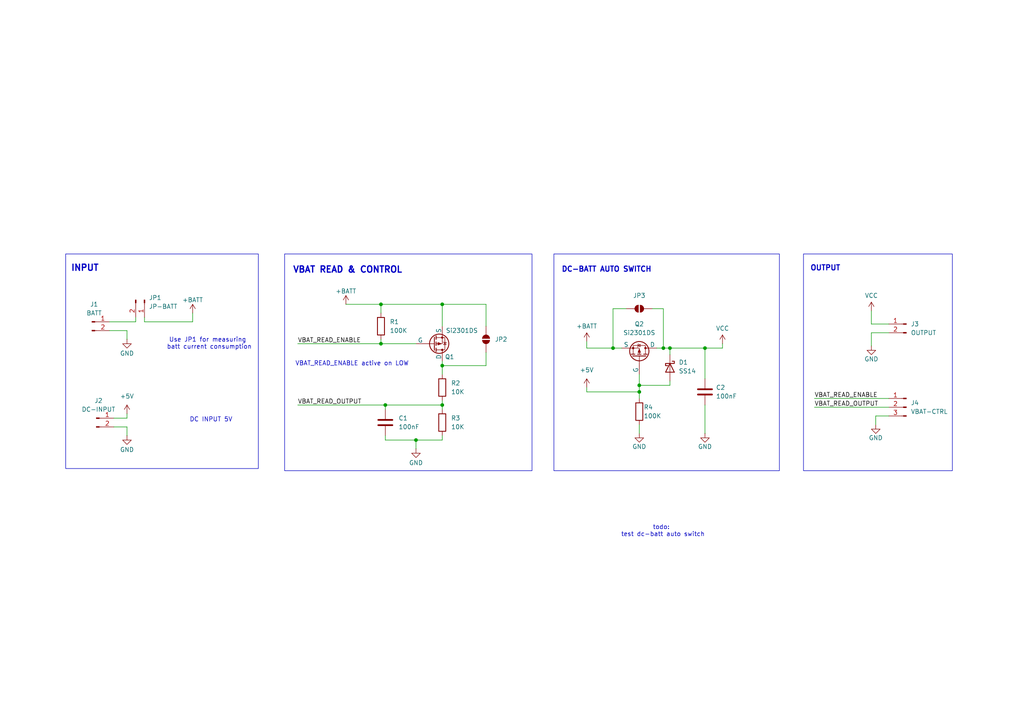
<source format=kicad_sch>
(kicad_sch (version 20231120) (generator "eeschema") (generator_version "8.0")
  (paper "A4")
  (title_block (title "Simple Battery Manager") (date "2024-04-03") (rev "1.0") (company "Gabriel Vega Engineering") (comment 1 "Under Development") (comment 2 "Gabriel Vega") (comment 4 "1/1"))
  (lib_symbols
    (symbol "Connector:Conn_01x02_Pin" (pin_names (offset 1.016) hide)
      (property "Reference" "J" (at 0 2.54 0))
      (property "Value" "Conn_01x02_Pin" (at 0 -5.08 0))
      (symbol "Conn_01x02_Pin_1_1"
        (polyline (pts (xy 1.27 -2.54) (xy 0.8636 -2.54)) (stroke (width 0.1524)))
        (polyline (pts (xy 1.27 0) (xy 0.8636 0)) (stroke (width 0.1524)))
        (rectangle (start 0.8636 -2.413) (end 0 -2.667) (stroke (width 0.1524)) (fill (type outline)))
        (rectangle (start 0.8636 0.127) (end 0 -0.127) (stroke (width 0.1524)) (fill (type outline)))
        (pin passive line (at 5.08 0 180) (length 3.81) (name "Pin_1") (number "1"))
        (pin passive line (at 5.08 -2.54 180) (length 3.81) (name "Pin_2") (number "2"))
      )
    )
    (symbol "Connector:Conn_01x03_Pin" (pin_names (offset 1.016) hide)
      (property "Reference" "J" (at 0 5.08 0))
      (property "Value" "Conn_01x03_Pin" (at 0 -5.08 0))
      (symbol "Conn_01x03_Pin_1_1"
        (polyline (pts (xy 1.27 -2.54) (xy 0.8636 -2.54)) (stroke (width 0.1524)))
        (polyline (pts (xy 1.27 0) (xy 0.8636 0)) (stroke (width 0.1524)))
        (polyline (pts (xy 1.27 2.54) (xy 0.8636 2.54)) (stroke (width 0.1524)))
        (rectangle (start 0.8636 -2.413) (end 0 -2.667) (stroke (width 0.1524)) (fill (type outline)))
        (rectangle (start 0.8636 0.127) (end 0 -0.127) (stroke (width 0.1524)) (fill (type outline)))
        (rectangle (start 0.8636 2.667) (end 0 2.413) (stroke (width 0.1524)) (fill (type outline)))
        (pin passive line (at 5.08 2.54 180) (length 3.81) (name "Pin_1") (number "1"))
        (pin passive line (at 5.08 0 180) (length 3.81) (name "Pin_2") (number "2"))
        (pin passive line (at 5.08 -2.54 180) (length 3.81) (name "Pin_3") (number "3"))
      )
    )
    (symbol "Device:C" (pin_numbers hide) (pin_names (offset 0.254))
      (property "Reference" "C" (at 0.635 2.54 0))
      (property "Value" "C" (at 0.635 -2.54 0))
      (symbol "C_0_1"
        (polyline (pts (xy -2.032 -0.762) (xy 2.032 -0.762)) (stroke (width 0.508)))
        (polyline (pts (xy -2.032 0.762) (xy 2.032 0.762)) (stroke (width 0.508)))
      )
      (symbol "C_1_1"
        (pin passive line (at 0 3.81 270) (length 2.794) (name "~") (number "1"))
        (pin passive line (at 0 -3.81 90) (length 2.794) (name "~") (number "2"))
      )
    )
    (symbol "Device:R" (pin_numbers hide) (pin_names (offset 0))
      (property "Reference" "R" (at 2.032 0 90))
      (property "Value" "R" (at 0 0 90))
      (symbol "R_0_1"
        (rectangle (start -1.016 -2.54) (end 1.016 2.54) (stroke (width 0.254)))
      )
      (symbol "R_1_1"
        (pin passive line (at 0 3.81 270) (length 1.27) (name "~") (number "1"))
        (pin passive line (at 0 -3.81 90) (length 1.27) (name "~") (number "2"))
      )
    )
    (symbol "Diode:SS14" (pin_numbers hide) (pin_names (offset 1.016) hide)
      (property "Reference" "D" (at 0 2.54 0))
      (property "Value" "SS14" (at 0 -2.54 0))
      (symbol "SS14_0_1"
        (polyline (pts (xy 1.27 0) (xy -1.27 0)))
        (polyline (pts (xy 1.27 1.27) (xy 1.27 -1.27) (xy -1.27 0) (xy 1.27 1.27)) (stroke (width 0.254)))
        (polyline (pts (xy -1.905 0.635) (xy -1.905 1.27) (xy -1.27 1.27) (xy -1.27 -1.27) (xy -0.635 -1.27) (xy -0.635 -0.635)) (stroke (width 0.254)))
      )
      (symbol "SS14_1_1"
        (pin passive line (at -3.81 0 0) (length 2.54) (name "K") (number "1"))
        (pin passive line (at 3.81 0 180) (length 2.54) (name "A") (number "2"))
      )
    )
    (symbol "Jumper:SolderJumper_2_Open" (pin_numbers hide) (pin_names (offset 0) hide) (exclude_from_sim yes) (in_bom no)
      (property "Reference" "JP" (at 0 2.032 0))
      (property "Value" "SolderJumper_2_Open" (at 0 -2.54 0))
      (symbol "SolderJumper_2_Open_0_1"
        (arc (start -0.254 1.016) (mid -1.2656 0) (end -0.254 -1.016))
        (arc (start -0.254 1.016) (mid -1.2656 0) (end -0.254 -1.016) (fill (type outline)))
        (polyline (pts (xy -0.254 1.016) (xy -0.254 -1.016)))
        (polyline (pts (xy 0.254 1.016) (xy 0.254 -1.016)))
        (arc (start 0.254 -1.016) (mid 1.2656 0) (end 0.254 1.016))
        (arc (start 0.254 -1.016) (mid 1.2656 0) (end 0.254 1.016) (fill (type outline)))
      )
      (symbol "SolderJumper_2_Open_1_1"
        (pin passive line (at -3.81 0 0) (length 2.54) (name "A") (number "1"))
        (pin passive line (at 3.81 0 180) (length 2.54) (name "B") (number "2"))
      )
    )
    (symbol "Simulation_SPICE:PMOS" (pin_numbers hide) (pin_names (offset 0))
      (property "Reference" "Q" (at 5.08 1.27 0))
      (property "Value" "PMOS" (at 5.08 -1.27 0))
      (symbol "PMOS_0_1"
        (polyline (pts (xy 0.254 0) (xy -2.54 0)))
        (polyline (pts (xy 0.254 1.905) (xy 0.254 -1.905)) (stroke (width 0.254)))
        (polyline (pts (xy 0.762 -1.27) (xy 0.762 -2.286)) (stroke (width 0.254)))
        (polyline (pts (xy 0.762 0.508) (xy 0.762 -0.508)) (stroke (width 0.254)))
        (polyline (pts (xy 0.762 2.286) (xy 0.762 1.27)) (stroke (width 0.254)))
        (polyline (pts (xy 2.54 2.54) (xy 2.54 1.778)))
        (polyline (pts (xy 2.54 -2.54) (xy 2.54 0) (xy 0.762 0)))
        (polyline (pts (xy 0.762 1.778) (xy 3.302 1.778) (xy 3.302 -1.778) (xy 0.762 -1.778)))
        (polyline (pts (xy 2.286 0) (xy 1.27 0.381) (xy 1.27 -0.381) (xy 2.286 0)) (fill (type outline)))
        (polyline (pts (xy 2.794 -0.508) (xy 2.921 -0.381) (xy 3.683 -0.381) (xy 3.81 -0.254)))
        (polyline (pts (xy 3.302 -0.381) (xy 2.921 0.254) (xy 3.683 0.254) (xy 3.302 -0.381)))
        (circle (center 1.651 0) (radius 2.794) (stroke (width 0.254)))
        (circle (center 2.54 -1.778) (radius 0.254) (fill (type outline)))
        (circle (center 2.54 1.778) (radius 0.254) (fill (type outline)))
      )
      (symbol "PMOS_1_1"
        (pin passive line (at 2.54 5.08 270) (length 2.54) (name "D") (number "1"))
        (pin input line (at -5.08 0 0) (length 2.54) (name "G") (number "2"))
        (pin passive line (at 2.54 -5.08 90) (length 2.54) (name "S") (number "3"))
      )
    )
    (symbol "power:+5V" (power) (pin_names (offset 0))
      (property "Value" "+5V" (at 0 3.556 0))
      (symbol "+5V_0_1"
        (polyline (pts (xy -0.762 1.27) (xy 0 2.54)))
        (polyline (pts (xy 0 0) (xy 0 2.54)))
        (polyline (pts (xy 0 2.54) (xy 0.762 1.27)))
      )
      (symbol "+5V_1_1"
        (pin power_in line (at 0 0 90) (length 0) hide (name "+5V") (number "1"))
      )
    )
    (symbol "power:+BATT" (power) (pin_numbers hide) (pin_names (offset 0) hide)
      (property "Value" "+BATT" (at 0 3.556 0))
      (symbol "+BATT_0_1"
        (polyline (pts (xy -0.762 1.27) (xy 0 2.54)))
        (polyline (pts (xy 0 0) (xy 0 2.54)))
        (polyline (pts (xy 0 2.54) (xy 0.762 1.27)))
      )
      (symbol "+BATT_1_1"
        (pin power_in line (at 0 0 90) (length 0) (name "~") (number "1"))
      )
    )
    (symbol "power:GND" (power) (pin_numbers hide) (pin_names (offset 0) hide)
      (property "Value" "GND" (at 0 -3.81 0))
      (symbol "GND_0_1"
        (polyline (pts (xy 0 0) (xy 0 -1.27) (xy 1.27 -1.27) (xy 0 -2.54) (xy -1.27 -1.27) (xy 0 -1.27)))
      )
      (symbol "GND_1_1"
        (pin power_in line (at 0 0 270) (length 0) (name "~") (number "1"))
      )
    )
    (symbol "power:VCC" (power) (pin_names (offset 0))
      (property "Value" "VCC" (at 0 3.81 0))
      (symbol "VCC_0_1"
        (polyline (pts (xy -0.762 1.27) (xy 0 2.54)))
        (polyline (pts (xy 0 0) (xy 0 2.54)))
        (polyline (pts (xy 0 2.54) (xy 0.762 1.27)))
      )
      (symbol "VCC_1_1"
        (pin power_in line (at 0 0 90) (length 0) hide (name "VCC") (number "1"))
      )
    )
  )
  (junction (at 110.49 99.695))
  (junction (at 128.27 117.475))
  (junction (at 128.27 106.045))
  (junction (at 177.8 100.965))
  (junction (at 192.405 100.965))
  (junction (at 185.42 111.76))
  (junction (at 111.76 117.475))
  (junction (at 120.65 127.635))
  (junction (at 204.47 100.965))
  (junction (at 110.49 88.265))
  (junction (at 194.31 100.965))
  (junction (at 185.42 113.665))
  (junction (at 128.27 88.265))
  (wire (pts (xy 177.8 89.535) (xy 177.8 100.965)))
  (wire (pts (xy 86.36 99.695) (xy 110.49 99.695)))
  (wire (pts (xy 41.91 93.345) (xy 55.88 93.345)))
  (wire (pts (xy 110.49 88.265) (xy 110.49 90.805)))
  (wire (pts (xy 110.49 99.695) (xy 110.49 98.425)))
  (wire (pts (xy 257.81 93.98) (xy 252.73 93.98)))
  (wire (pts (xy 100.33 88.265) (xy 110.49 88.265)))
  (wire (pts (xy 185.42 123.19) (xy 185.42 125.73)))
  (wire (pts (xy 128.27 88.265) (xy 110.49 88.265)))
  (wire (pts (xy 140.97 94.615) (xy 140.97 88.265)))
  (wire (pts (xy 111.76 127.635) (xy 120.65 127.635)))
  (wire (pts (xy 31.75 93.345) (xy 39.37 93.345)))
  (wire (pts (xy 236.22 115.57) (xy 257.81 115.57)))
  (wire (pts (xy 209.55 99.695) (xy 209.55 100.965)))
  (wire (pts (xy 33.02 123.825) (xy 36.83 123.825)))
  (wire (pts (xy 170.18 100.965) (xy 170.18 99.06)))
  (wire (pts (xy 128.27 116.205) (xy 128.27 117.475)))
  (wire (pts (xy 204.47 109.855) (xy 204.47 100.965)))
  (wire (pts (xy 177.8 100.965) (xy 180.34 100.965)))
  (wire (pts (xy 33.02 121.285) (xy 36.83 121.285)))
  (wire (pts (xy 111.76 126.365) (xy 111.76 127.635)))
  (wire (pts (xy 254 120.65) (xy 254 123.19)))
  (wire (pts (xy 140.97 88.265) (xy 128.27 88.265)))
  (wire (pts (xy 185.42 111.76) (xy 194.31 111.76)))
  (wire (pts (xy 185.42 108.585) (xy 185.42 111.76)))
  (wire (pts (xy 185.42 111.76) (xy 185.42 113.665)))
  (wire (pts (xy 140.97 106.045) (xy 128.27 106.045)))
  (wire (pts (xy 120.65 99.695) (xy 110.49 99.695)))
  (wire (pts (xy 257.81 120.65) (xy 254 120.65)))
  (wire (pts (xy 140.97 102.235) (xy 140.97 106.045)))
  (wire (pts (xy 128.27 117.475) (xy 128.27 118.745)))
  (wire (pts (xy 170.18 100.965) (xy 177.8 100.965)))
  (wire (pts (xy 194.31 110.49) (xy 194.31 111.76)))
  (wire (pts (xy 209.55 100.965) (xy 204.47 100.965)))
  (wire (pts (xy 252.73 93.98) (xy 252.73 90.17)))
  (wire (pts (xy 111.76 117.475) (xy 128.27 117.475)))
  (wire (pts (xy 128.27 104.775) (xy 128.27 106.045)))
  (wire (pts (xy 170.18 113.665) (xy 170.18 112.395)))
  (wire (pts (xy 189.23 89.535) (xy 192.405 89.535)))
  (wire (pts (xy 128.27 127.635) (xy 128.27 126.365)))
  (wire (pts (xy 252.73 96.52) (xy 252.73 100.33)))
  (wire (pts (xy 194.31 100.965) (xy 194.31 102.87)))
  (wire (pts (xy 55.88 93.345) (xy 55.88 90.805)))
  (wire (pts (xy 257.81 96.52) (xy 252.73 96.52)))
  (wire (pts (xy 170.18 113.665) (xy 185.42 113.665)))
  (wire (pts (xy 236.22 118.11) (xy 257.81 118.11)))
  (wire (pts (xy 190.5 100.965) (xy 192.405 100.965)))
  (wire (pts (xy 192.405 100.965) (xy 194.31 100.965)))
  (wire (pts (xy 36.83 95.885) (xy 31.75 95.885)))
  (wire (pts (xy 36.83 98.425) (xy 36.83 95.885)))
  (wire (pts (xy 86.36 117.475) (xy 111.76 117.475)))
  (wire (pts (xy 41.91 92.075) (xy 41.91 93.345)))
  (wire (pts (xy 185.42 113.665) (xy 185.42 115.57)))
  (wire (pts (xy 128.27 106.045) (xy 128.27 108.585)))
  (wire (pts (xy 181.61 89.535) (xy 177.8 89.535)))
  (wire (pts (xy 128.27 94.615) (xy 128.27 88.265)))
  (wire (pts (xy 39.37 92.075) (xy 39.37 93.345)))
  (wire (pts (xy 120.65 127.635) (xy 128.27 127.635)))
  (wire (pts (xy 111.76 118.745) (xy 111.76 117.475)))
  (wire (pts (xy 36.83 121.285) (xy 36.83 120.015)))
  (wire (pts (xy 194.31 100.965) (xy 204.47 100.965)))
  (wire (pts (xy 36.83 123.825) (xy 36.83 126.365)))
  (wire (pts (xy 192.405 89.535) (xy 192.405 100.965)))
  (wire (pts (xy 204.47 117.475) (xy 204.47 125.73)))
  (wire (pts (xy 120.65 127.635) (xy 120.65 130.175)))
  (rectangle (start 82.55 73.66) (end 154.305 136.525))
  (rectangle (start 19.05 73.66) (end 74.93 135.89))
  (rectangle (start 233.045 73.66) (end 276.225 136.525))
  (rectangle (start 160.655 73.66) (end 226.06 136.525))
  (text "VBAT_READ_ENABLE active on LOW" (at 102.108 105.537 0) (effects (font (size 1.27 1.27))))
  (text "OUTPUT" (at 234.95 78.74 0) (effects (font (size 1.5 1.5) (thickness 0.3) (bold yes)) (justify left bottom)))
  (text "DC INPUT 5V" (at 61.214 121.793 0) (effects (font (size 1.27 1.27))))
  (text "DC-BATT AUTO SWITCH" (at 162.814 79.121 0) (effects (font (size 1.5 1.5) (thickness 0.3) (bold yes)) (justify left bottom)))
  (text "INPUT" (at 24.638 77.851 0) (effects (font (size 1.8 1.8) (thickness 0.36) (bold yes))))
  (text "VBAT READ & CONTROL" (at 100.838 78.359 0) (effects (font (size 1.8 1.8) (thickness 0.36) (bold yes))))
  (text "todo: \ntest dc-batt auto switch" (at 192.278 154.051 0) (effects (font (size 1.27 1.27))))
  (text "Use JP1 for measuring \nbatt current consumption" (at 60.706 99.695 0) (effects (font (size 1.27 1.27))))
  (label "VBAT_READ_OUTPUT" (at 236.22 118.11 0))
  (label "VBAT_READ_OUTPUT" (at 86.36 117.475 0))
  (label "VBAT_READ_ENABLE" (at 86.36 99.695 0))
  (label "VBAT_READ_ENABLE" (at 236.22 115.57 0))
  (symbol (lib_id "power:+BATT") (at 100.33 88.265 0) (unit 1)
    (property "Reference" "#PWR03" (effects (hide yes)))
    (property "Value" "+BATT" (at 100.33 84.455 0))
    (property "Description" "Power symbol creates a global label with name \"+BATT\"" (effects (hide yes)))
  )
  (symbol (lib_id "Device:R") (at 185.42 119.38 0) (unit 1)
    (property "Reference" "R4" (at 186.69 118.11 0) (effects (justify left)))
    (property "Value" "100K" (at 186.69 120.65 0) (effects (justify left)))
    (property "Footprint" "Resistor_SMD:R_0805_2012Metric_Pad1.20x1.40mm_HandSolder" (effects (hide yes)))
  )
  (symbol (lib_id "Device:C") (at 204.47 113.665 0) (unit 1)
    (property "Reference" "C2" (at 207.645 112.395 0) (effects (justify left)))
    (property "Value" "100nF" (at 207.645 114.935 0) (effects (justify left)))
    (property "Footprint" "Capacitor_SMD:C_0805_2012Metric_Pad1.18x1.45mm_HandSolder" (effects (hide yes)))
  )
  (symbol (lib_id "power:GND") (at 120.65 130.175 0) (unit 1)
    (property "Reference" "#PWR04" (effects (hide yes)))
    (property "Value" "GND" (at 120.65 134.239 0))
    (property "Description" "Power symbol creates a global label with name \"GND\" , ground" (effects (hide yes)))
  )
  (symbol (lib_id "power:VCC") (at 252.73 90.17 0) (unit 1)
    (property "Reference" "#PWR010" (effects (hide yes)))
    (property "Value" "VCC" (at 252.73 85.725 0))
  )
  (symbol (lib_id "Device:C") (at 111.76 122.555 180) (unit 1)
    (property "Reference" "C1" (at 115.57 121.2849 0) (effects (justify right)))
    (property "Value" "100nF" (at 115.57 123.8249 0) (effects (justify right)))
    (property "Footprint" "Capacitor_SMD:C_0805_2012Metric_Pad1.18x1.45mm_HandSolder" (effects (hide yes)))
    (property "Description" "Unpolarized capacitor" (effects (hide yes)))
  )
  (symbol (lib_id "power:+5V") (at 36.83 120.015 0) (unit 1)
    (property "Reference" "#PWR013" (effects (hide yes)))
    (property "Value" "+5V" (at 36.83 114.935 0))
  )
  (symbol (lib_id "Connector:Conn_01x03_Pin") (at 262.89 118.11 0) (mirror y) (unit 1)
    (property "Reference" "J4" (at 264.16 116.8399 0) (effects (justify right)))
    (property "Value" "VBAT-CTRL" (at 264.16 119.3799 0) (effects (justify right)))
    (property "Footprint" "Connector_PinHeader_2.54mm:PinHeader_1x03_P2.54mm_Vertical" (effects (hide yes)))
    (property "Description" "Generic connector, single row, 01x03, script generated" (effects (hide yes)))
  )
  (symbol (lib_id "power:VCC") (at 209.55 99.695 0) (unit 1)
    (property "Reference" "#PWR09" (effects (hide yes)))
    (property "Value" "VCC" (at 209.55 95.25 0))
  )
  (symbol (lib_id "power:GND") (at 36.83 126.365 0) (unit 1)
    (property "Reference" "#PWR012" (effects (hide yes)))
    (property "Value" "GND" (at 36.83 130.429 0))
    (property "Description" "Power symbol creates a global label with name \"GND\" , ground" (effects (hide yes)))
  )
  (symbol (lib_id "Connector:Conn_01x02_Pin") (at 41.91 86.995 270) (unit 1)
    (property "Reference" "JP1" (at 43.18 86.3599 90) (effects (justify left)))
    (property "Value" "JP-BATT" (at 43.18 88.8999 90) (effects (justify left)))
    (property "Footprint" "Connector_PinHeader_2.54mm:PinHeader_1x02_P2.54mm_Vertical" (effects (hide yes)))
    (property "Description" "Generic connector, single row, 01x02, script generated" (effects (hide yes)))
  )
  (symbol (lib_id "power:+BATT") (at 170.18 99.06 0) (unit 1)
    (property "Reference" "#PWR05" (effects (hide yes)))
    (property "Value" "+BATT" (at 170.18 94.615 0))
  )
  (symbol (lib_id "Connector:Conn_01x02_Pin") (at 26.67 93.345 0) (unit 1)
    (property "Reference" "J1" (at 27.305 88.265 0))
    (property "Value" "BATT" (at 27.305 90.805 0))
    (property "Footprint" "Connector_PinHeader_2.54mm:PinHeader_1x02_P2.54mm_Vertical" (effects (hide yes)))
    (property "Description" "Generic connector, single row, 01x02, script generated" (effects (hide yes)))
  )
  (symbol (lib_id "power:GND") (at 204.47 125.73 0) (unit 1)
    (property "Reference" "#PWR08" (effects (hide yes)))
    (property "Value" "GND" (at 204.47 129.54 0))
  )
  (symbol (lib_id "Connector:Conn_01x02_Pin") (at 27.94 121.285 0) (unit 1)
    (property "Reference" "J2" (at 28.575 116.205 0))
    (property "Value" "DC-INPUT" (at 28.575 118.745 0))
    (property "Footprint" "Connector_PinHeader_2.54mm:PinHeader_1x02_P2.54mm_Vertical" (effects (hide yes)))
    (property "Description" "Generic connector, single row, 01x02, script generated" (effects (hide yes)))
  )
  (symbol (lib_id "Jumper:SolderJumper_2_Open") (at 185.42 89.535 180) (unit 1) (exclude_from_sim yes) (in_bom no)
    (property "Reference" "JP3" (at 185.42 85.725 0))
    (property "Value" "SolderJumper_2_Open" (effects (hide yes)))
    (property "Footprint" "Jumper:SolderJumper-2_P1.3mm_Open_TrianglePad1.0x1.5mm" (effects (hide yes)))
    (property "Description" "Solder Jumper, 2-pole, open" (effects (hide yes)))
  )
  (symbol (lib_id "power:GND") (at 254 123.19 0) (unit 1)
    (property "Reference" "#PWR014" (effects (hide yes)))
    (property "Value" "GND" (at 254 127 0))
  )
  (symbol (lib_id "power:GND") (at 252.73 100.33 0) (unit 1)
    (property "Reference" "#PWR011" (effects (hide yes)))
    (property "Value" "GND" (at 252.73 104.14 0))
  )
  (symbol (lib_id "Simulation_SPICE:PMOS") (at 185.42 103.505 270) (mirror x) (unit 1)
    (property "Reference" "Q2" (at 185.42 93.98 90))
    (property "Value" "Si2301DS" (at 185.42 96.52 90))
    (property "Footprint" "Package_TO_SOT_SMD:SOT-23_Handsoldering" (effects (hide yes)))
    (property "Datasheet" "https://ngspice.sourceforge.io/docs/ngspice-manual.pdf" (effects (hide yes)))
    (property "Sim.Device" "PMOS" (effects (hide yes)))
    (property "Sim.Type" "VDMOS" (effects (hide yes)))
    (property "Sim.Pins" "1=D 2=G 3=S" (effects (hide yes)))
  )
  (symbol (lib_id "Diode:SS14") (at 194.31 106.68 270) (unit 1)
    (property "Reference" "D1" (at 196.85 105.0924 90) (effects (justify left)))
    (property "Value" "SS14" (at 196.85 107.6324 90) (effects (justify left)))
    (property "Footprint" "Diode_SMD:D_SMA" (effects (hide yes)))
    (property "Datasheet" "https://www.vishay.com/docs/88746/ss12.pdf" (effects (hide yes)))
    (property "Description" "40V 1A Schottky Diode, SMA" (effects (hide yes)))
  )
  (symbol (lib_id "Connector:Conn_01x02_Pin") (at 262.89 93.98 0) (mirror y) (unit 1)
    (property "Reference" "J3" (at 264.16 93.9799 0) (effects (justify right)))
    (property "Value" "OUTPUT" (at 264.16 96.5199 0) (effects (justify right)))
    (property "Footprint" "Connector_PinHeader_2.54mm:PinHeader_1x02_P2.54mm_Vertical" (effects (hide yes)))
    (property "Description" "Generic connector, single row, 01x02, script generated" (effects (hide yes)))
  )
  (symbol (lib_id "power:+BATT") (at 55.88 90.805 0) (unit 1)
    (property "Reference" "#PWR02" (effects (hide yes)))
    (property "Value" "+BATT" (at 55.88 86.995 0))
    (property "Description" "Power symbol creates a global label with name \"+BATT\"" (effects (hide yes)))
  )
  (symbol (lib_id "Device:R") (at 128.27 112.395 180) (unit 1)
    (property "Reference" "R2" (at 130.81 111.1249 0) (effects (justify right)))
    (property "Value" "10K" (at 130.81 113.6649 0) (effects (justify right)))
    (property "Footprint" "Resistor_SMD:R_0805_2012Metric_Pad1.20x1.40mm_HandSolder" (effects (hide yes)))
    (property "Description" "Resistor" (effects (hide yes)))
  )
  (symbol (lib_id "power:GND") (at 185.42 125.73 0) (unit 1)
    (property "Reference" "#PWR07" (effects (hide yes)))
    (property "Value" "GND" (at 185.42 129.54 0))
  )
  (symbol (lib_id "power:+5V") (at 170.18 112.395 0) (unit 1)
    (property "Reference" "#PWR06" (effects (hide yes)))
    (property "Value" "+5V" (at 170.18 107.315 0))
  )
  (symbol (lib_id "power:GND") (at 36.83 98.425 0) (unit 1)
    (property "Reference" "#PWR01" (effects (hide yes)))
    (property "Value" "GND" (at 36.83 102.489 0))
    (property "Description" "Power symbol creates a global label with name \"GND\" , ground" (effects (hide yes)))
  )
  (symbol (lib_id "Jumper:SolderJumper_2_Open") (at 140.97 98.425 90) (unit 1) (exclude_from_sim yes) (in_bom no)
    (property "Reference" "JP2" (at 143.51 98.4249 90) (effects (justify right)))
    (property "Value" "SolderJumper_2_Open" (effects (hide yes)))
    (property "Footprint" "Jumper:SolderJumper-2_P1.3mm_Open_TrianglePad1.0x1.5mm" (effects (hide yes)))
    (property "Description" "Solder Jumper, 2-pole, open" (effects (hide yes)))
  )
  (symbol (lib_id "Simulation_SPICE:PMOS") (at 125.73 99.695 0) (mirror x) (unit 1)
    (property "Reference" "Q1" (at 129.032 103.505 0) (effects (justify left)))
    (property "Value" "Si2301DS" (at 129.286 95.885 0) (effects (justify left)))
    (property "Footprint" "Package_TO_SOT_SMD:SOT-23_Handsoldering" (effects (hide yes)))
    (property "Datasheet" "https://ngspice.sourceforge.io/docs/ngspice-manual.pdf" (effects (hide yes)))
    (property "Sim.Device" "PMOS" (effects (hide yes)))
    (property "Sim.Type" "VDMOS" (effects (hide yes)))
    (property "Sim.Pins" "1=D 2=G 3=S" (effects (hide yes)))
  )
  (symbol (lib_id "Device:R") (at 110.49 94.615 0) (unit 1)
    (property "Reference" "R1" (at 113.03 93.3449 0) (effects (justify left)))
    (property "Value" "100K" (at 113.03 95.8849 0) (effects (justify left)))
    (property "Footprint" "Resistor_SMD:R_0805_2012Metric_Pad1.20x1.40mm_HandSolder" (effects (hide yes)))
    (property "Description" "Resistor" (effects (hide yes)))
  )
  (symbol (lib_id "Device:R") (at 128.27 122.555 0) (unit 1)
    (property "Reference" "R3" (at 130.81 121.2849 0) (effects (justify left)))
    (property "Value" "10K" (at 130.81 123.8249 0) (effects (justify left)))
    (property "Footprint" "Resistor_SMD:R_0805_2012Metric_Pad1.20x1.40mm_HandSolder" (effects (hide yes)))
    (property "Description" "Resistor" (effects (hide yes)))
  )
)
</source>
